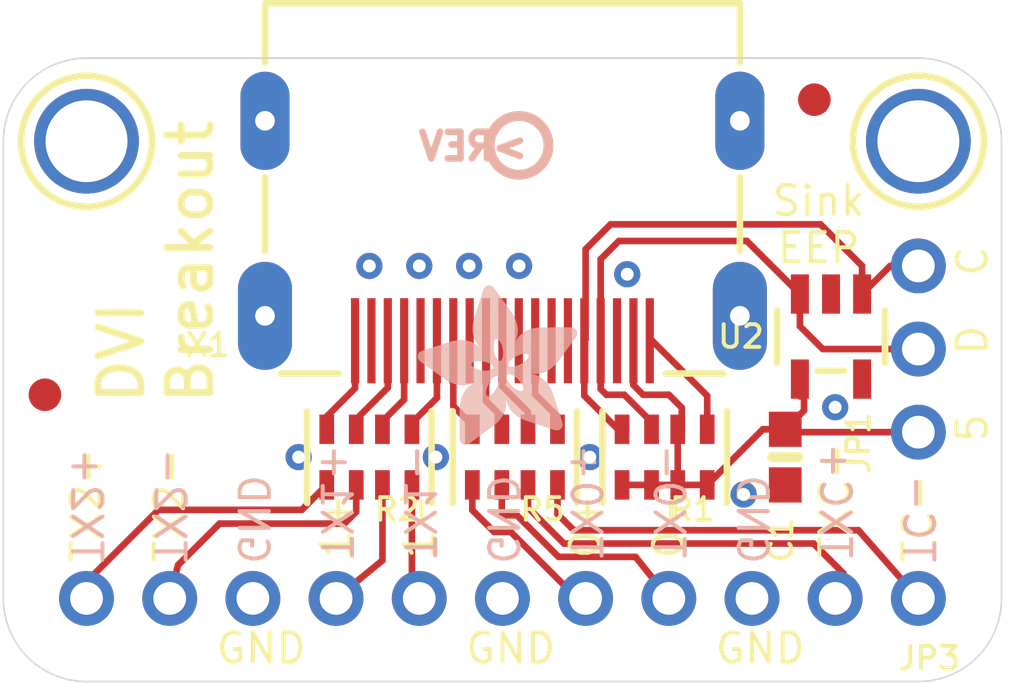
<source format=kicad_pcb>
(kicad_pcb (version 20211014) (generator pcbnew)
  (layers (0 "F.Cu" signal) (31 "B.Cu" signal) (34 "B.Paste" user) (35 "F.Paste" user) (36 "B.SilkS" user "B.Silkscreen") (37 "F.SilkS" user "F.Silkscreen") (38 "B.Mask" user) (39 "F.Mask" user) (44 "Edge.Cuts" user))
  (net 0 "")
  (net 1 "GND")
  (net 2 "HDMI_TXC+")
  (net 3 "HDMI_TXC-")
  (net 4 "HDMI_TX0+")
  (net 5 "HDMI_TX0-")
  (net 6 "HDMI_TX1+")
  (net 7 "HDMI_TX1-")
  (net 8 "HDMI_TX2+")
  (net 9 "HDMI_TX2-")
  (net 10 "5.0V")
  (net 11 "SCL")
  (net 12 "SDA")
  (net 13 "TX2+")
  (net 14 "TX2-")
  (net 15 "TX1+")
  (net 16 "TX1-")
  (net 17 "TX0+")
  (net 18 "TX0-")
  (net 19 "TXC+")
  (net 20 "TXC-")
  (net 21 "N$7")
  (footprint "boardEagle:HDMI_MOLEX_47151-0001" (layer "F.Cu") (at 148.5011 104.1146 180)
    (fp_text reference "X1" (at 8.255 -0.127) (layer "F.SilkS") (effects (font (size 0.692831 0.692831) (thickness 0.119969)) (justify right)))
    (fp_text value "47151-0001")
    (pad "1" smd rect (at 4.5 0 180) (size 0.25 2.6) (layers "F.Cu" "F.Mask") (net 8 "HDMI_TX2+"))
    (pad "2" smd rect (at 4 0 180) (size 0.25 2.6) (layers "F.Cu" "F.Mask") (net 1 "GND"))
    (pad "3" smd rect (at 3.5 0 180) (size 0.25 2.6) (layers "F.Cu" "F.Mask") (net 9 "HDMI_TX2-"))
    (pad "4" smd rect (at 3 0 180) (size 0.25 2.6) (layers "F.Cu" "F.Mask") (net 6 "HDMI_TX1+"))
    (pad "5" smd rect (at 2.5 0 180) (size 0.25 2.6) (layers "F.Cu" "F.Mask") (net 1 "GND"))
    (pad "6" smd rect (at 2 0 180) (size 0.25 2.6) (layers "F.Cu" "F.Mask") (net 7 "HDMI_TX1-"))
    (pad "7" smd rect (at 1.5 0 180) (size 0.25 2.6) (layers "F.Cu" "F.Mask") (net 4 "HDMI_TX0+"))
    (pad "8" smd rect (at 1 0 180) (size 0.25 2.6) (layers "F.Cu" "F.Mask") (net 1 "GND"))
    (pad "9" smd rect (at 0.5 0 180) (size 0.25 2.6) (layers "F.Cu" "F.Mask") (net 5 "HDMI_TX0-"))
    (pad "10" smd rect (at 0 0 180) (size 0.25 2.6) (layers "F.Cu" "F.Mask") (net 2 "HDMI_TXC+"))
    (pad "11" smd rect (at -0.5 0 180) (size 0.25 2.6) (layers "F.Cu" "F.Mask") (net 1 "GND"))
    (pad "12" smd rect (at -1 0 180) (size 0.25 2.6) (layers "F.Cu" "F.Mask") (net 3 "HDMI_TXC-"))
    (pad "13" smd rect (at -1.5 0 180) (size 0.25 2.6) (layers "F.Cu" "F.Mask"))
    (pad "14" smd rect (at -2 0 180) (size 0.25 2.6) (layers "F.Cu" "F.Mask"))
    (pad "15" smd rect (at -2.5 0 180) (size 0.25 2.6) (layers "F.Cu" "F.Mask") (net 11 "SCL"))
    (pad "16" smd rect (at -3 0 180) (size 0.25 2.6) (layers "F.Cu" "F.Mask") (net 12 "SDA"))
    (pad "17" smd rect (at -3.5 0 180) (size 0.25 2.6) (layers "F.Cu" "F.Mask") (net 1 "GND"))
    (pad "18" smd rect (at -4 0 180) (size 0.25 2.6) (layers "F.Cu" "F.Mask") (net 10 "5.0V"))
    (pad "19" smd rect (at -4.5 0 180) (size 0.25 2.6) (layers "F.Cu" "F.Mask") (net 21 "N$7"))
    (pad "P$1" thru_hole oval (at -7.25 0.76 270) (size 3.3 1.65) (drill 0.6) (layers *.Cu *.Mask) (net 1 "GND"))
    (pad "P$2" thru_hole oval (at 7.25 0.76 270) (size 3.3 1.65) (drill 0.6) (layers *.Cu *.Mask) (net 1 "GND"))
    (pad "P$3" thru_hole oval (at 7.25 6.72 270) (size 3 1.5) (drill 0.6) (layers *.Cu *.Mask) (net 1 "GND"))
    (pad "P$4" thru_hole oval (at -7.25 6.72 270) (size 3 1.5) (drill 0.6) (layers *.Cu *.Mask) (net 1 "GND"))
  )
  (footprint "boardEagle:FIDUCIAL_1MM" (layer "F.Cu") (at 134.5311 105.7656 -90)
    (fp_text reference "FID2" hide)
    (fp_text value "FIDUCIAL_1MM" hide)
    (pad "1" smd roundrect (at 0 0 270) (size 1 1) (layers "F.Cu" "F.Mask") (roundrect_rratio 0.5))
  )
  (footprint "boardEagle:0603-NO" (layer "F.Cu") (at 157.1371 107.6706 -90)
    (fp_text reference "C1" (at 1.778 0.127 90) (layer "F.SilkS") (effects (font (size 0.692831 0.692831) (thickness 0.119969)) (justify right)))
    (fp_text value "1uF")
    (pad "1" smd rect (at -0.85 0 270) (size 1.075 1) (layers "F.Cu" "F.Paste" "F.Mask") (net 10 "5.0V"))
    (pad "2" smd rect (at 0.85 0 270) (size 1.075 1) (layers "F.Cu" "F.Paste" "F.Mask") (net 1 "GND"))
  )
  (footprint "boardEagle:1X11_ROUND" (layer "F.Cu") (at 148.5011 111.9886 180)
    (fp_text reference "JP3" (at -14.0462 -1.8288) (layer "F.SilkS") (effects (font (size 0.692831 0.692831) (thickness 0.119969)) (justify right)))
    (fp_text value "")
    (pad "1" thru_hole circle (at -12.7 0 270) (size 1.6764 1.6764) (drill 1) (layers *.Cu *.Mask) (net 20 "TXC-"))
    (pad "2" thru_hole circle (at -10.16 0 270) (size 1.6764 1.6764) (drill 1) (layers *.Cu *.Mask) (net 19 "TXC+"))
    (pad "3" thru_hole circle (at -7.62 0 270) (size 1.6764 1.6764) (drill 1) (layers *.Cu *.Mask) (net 1 "GND"))
    (pad "4" thru_hole circle (at -5.08 0 270) (size 1.6764 1.6764) (drill 1) (layers *.Cu *.Mask) (net 18 "TX0-"))
    (pad "5" thru_hole circle (at -2.54 0 270) (size 1.6764 1.6764) (drill 1) (layers *.Cu *.Mask) (net 17 "TX0+"))
    (pad "6" thru_hole circle (at 0 0 270) (size 1.6764 1.6764) (drill 1) (layers *.Cu *.Mask) (net 1 "GND"))
    (pad "7" thru_hole circle (at 2.54 0 270) (size 1.6764 1.6764) (drill 1) (layers *.Cu *.Mask) (net 16 "TX1-"))
    (pad "8" thru_hole circle (at 5.08 0 270) (size 1.6764 1.6764) (drill 1) (layers *.Cu *.Mask) (net 15 "TX1+"))
    (pad "9" thru_hole circle (at 7.62 0 270) (size 1.6764 1.6764) (drill 1) (layers *.Cu *.Mask) (net 1 "GND"))
    (pad "10" thru_hole circle (at 10.16 0 270) (size 1.6764 1.6764) (drill 1) (layers *.Cu *.Mask) (net 14 "TX2-"))
    (pad "11" thru_hole circle (at 12.7 0 270) (size 1.6764 1.6764) (drill 1) (layers *.Cu *.Mask) (net 13 "TX2+"))
  )
  (footprint "boardEagle:RESPACK_4X0603" (layer "F.Cu") (at 153.4541 107.6706 180)
    (fp_text reference "R1" (at -1.6 -1.6) (layer "F.SilkS") (effects (font (size 0.692831 0.692831) (thickness 0.119969)) (justify right)))
    (fp_text value "10K")
    (pad "1" smd rect (at -1.3 0.85 180) (size 0.45 0.9) (layers "F.Cu" "F.Paste" "F.Mask") (net 21 "N$7"))
    (pad "2" smd rect (at -0.4 0.85 180) (size 0.45 0.9) (layers "F.Cu" "F.Paste" "F.Mask") (net 10 "5.0V"))
    (pad "3" smd rect (at 0.4 0.85 180) (size 0.45 0.9) (layers "F.Cu" "F.Paste" "F.Mask") (net 12 "SDA"))
    (pad "4" smd rect (at 1.3 0.85 180) (size 0.45 0.9) (layers "F.Cu" "F.Paste" "F.Mask") (net 11 "SCL"))
    (pad "5" smd rect (at 1.3 -0.85 180) (size 0.45 0.9) (layers "F.Cu" "F.Paste" "F.Mask") (net 10 "5.0V"))
    (pad "6" smd rect (at 0.4 -0.85 180) (size 0.45 0.9) (layers "F.Cu" "F.Paste" "F.Mask") (net 10 "5.0V"))
    (pad "7" smd rect (at -0.4 -0.85 180) (size 0.45 0.9) (layers "F.Cu" "F.Paste" "F.Mask") (net 10 "5.0V"))
    (pad "8" smd rect (at -1.3 -0.85 180) (size 0.45 0.9) (layers "F.Cu" "F.Paste" "F.Mask") (net 10 "5.0V"))
  )
  (footprint "boardEagle:SOT23-5" (layer "F.Cu") (at 158.5341 103.9876 180)
    (fp_text reference "U2" (at 1.978 0) (layer "F.SilkS") (effects (font (size 0.692831 0.692831) (thickness 0.119969)) (justify right)))
    (fp_text value "24LC02BT-I/OT")
    (pad "1" smd rect (at -0.95 1.3001 180) (size 0.55 1.2) (layers "F.Cu" "F.Paste" "F.Mask") (net 11 "SCL"))
    (pad "2" smd rect (at 0 1.3001 180) (size 0.55 1.2) (layers "F.Cu" "F.Paste" "F.Mask") (net 1 "GND"))
    (pad "3" smd rect (at 0.95 1.3001 180) (size 0.55 1.2) (layers "F.Cu" "F.Paste" "F.Mask") (net 12 "SDA"))
    (pad "4" smd rect (at 0.95 -1.3001 180) (size 0.55 1.2) (layers "F.Cu" "F.Paste" "F.Mask") (net 10 "5.0V"))
    (pad "5" smd rect (at -0.95 -1.3001 180) (size 0.55 1.2) (layers "F.Cu" "F.Paste" "F.Mask") (net 1 "GND"))
  )
  (footprint "boardEagle:FIDUCIAL_1MM" (layer "F.Cu") (at 158.0261 96.7486 -90)
    (fp_text reference "FID1" hide)
    (fp_text value "FIDUCIAL_1MM" hide)
    (pad "1" smd roundrect (at 0 0 270) (size 1 1) (layers "F.Cu" "F.Mask") (roundrect_rratio 0.5))
  )
  (footprint "boardEagle:MOUNTINGHOLE_2.5_PLATED" (layer "F.Cu") (at 135.8011 98.0186 180)
    (fp_text reference "U$32" hide)
    (fp_text value "MOUNTINGHOLE2.5" hide)
    (pad "P$1" thru_hole circle (at 0 0 180) (size 3.2 3.2) (drill 2.5) (layers *.Cu *.Mask))
  )
  (footprint "boardEagle:RESPACK_4X0603" (layer "F.Cu") (at 144.4371 107.6706 180)
    (fp_text reference "R2" (at -1.6 -1.6) (layer "F.SilkS") (effects (font (size 0.692831 0.692831) (thickness 0.119969)) (justify right)))
    (fp_text value "220")
    (pad "1" smd rect (at -1.3 0.85 180) (size 0.45 0.9) (layers "F.Cu" "F.Paste" "F.Mask") (net 7 "HDMI_TX1-"))
    (pad "2" smd rect (at -0.4 0.85 180) (size 0.45 0.9) (layers "F.Cu" "F.Paste" "F.Mask") (net 6 "HDMI_TX1+"))
    (pad "3" smd rect (at 0.4 0.85 180) (size 0.45 0.9) (layers "F.Cu" "F.Paste" "F.Mask") (net 9 "HDMI_TX2-"))
    (pad "4" smd rect (at 1.3 0.85 180) (size 0.45 0.9) (layers "F.Cu" "F.Paste" "F.Mask") (net 8 "HDMI_TX2+"))
    (pad "5" smd rect (at 1.3 -0.85 180) (size 0.45 0.9) (layers "F.Cu" "F.Paste" "F.Mask") (net 13 "TX2+"))
    (pad "6" smd rect (at 0.4 -0.85 180) (size 0.45 0.9) (layers "F.Cu" "F.Paste" "F.Mask") (net 14 "TX2-"))
    (pad "7" smd rect (at -0.4 -0.85 180) (size 0.45 0.9) (layers "F.Cu" "F.Paste" "F.Mask") (net 15 "TX1+"))
    (pad "8" smd rect (at -1.3 -0.85 180) (size 0.45 0.9) (layers "F.Cu" "F.Paste" "F.Mask") (net 16 "TX1-"))
  )
  (footprint "boardEagle:MOUNTINGHOLE_2.5_PLATED" (layer "F.Cu") (at 161.2011 98.0186 180)
    (fp_text reference "U$33" hide)
    (fp_text value "MOUNTINGHOLE2.5" hide)
    (pad "P$1" thru_hole circle (at 0 0 180) (size 3.2 3.2) (drill 2.5) (layers *.Cu *.Mask))
  )
  (footprint "boardEagle:1X03_ROUND" (layer "F.Cu") (at 161.2011 104.3686 90)
    (fp_text reference "JP1" (at -3.8862 -1.8288 90) (layer "F.SilkS") (effects (font (size 0.692831 0.692831) (thickness 0.119969)) (justify left)))
    (fp_text value "")
    (pad "1" thru_hole circle (at -2.54 0 180) (size 1.6764 1.6764) (drill 1) (layers *.Cu *.Mask) (net 10 "5.0V"))
    (pad "2" thru_hole circle (at 0 0 180) (size 1.6764 1.6764) (drill 1) (layers *.Cu *.Mask) (net 12 "SDA"))
    (pad "3" thru_hole circle (at 2.54 0 180) (size 1.6764 1.6764) (drill 1) (layers *.Cu *.Mask) (net 11 "SCL"))
  )
  (footprint "boardEagle:RESPACK_4X0603" (layer "F.Cu") (at 148.8821 107.6706 180)
    (fp_text reference "R5" (at -1.6 -1.6) (layer "F.SilkS") (effects (font (size 0.692831 0.692831) (thickness 0.119969)) (justify right)))
    (fp_text value "220")
    (pad "1" smd rect (at -1.3 0.85 180) (size 0.45 0.9) (layers "F.Cu" "F.Paste" "F.Mask") (net 3 "HDMI_TXC-"))
    (pad "2" smd rect (at -0.4 0.85 180) (size 0.45 0.9) (layers "F.Cu" "F.Paste" "F.Mask") (net 2 "HDMI_TXC+"))
    (pad "3" smd rect (at 0.4 0.85 180) (size 0.45 0.9) (layers "F.Cu" "F.Paste" "F.Mask") (net 5 "HDMI_TX0-"))
    (pad "4" smd rect (at 1.3 0.85 180) (size 0.45 0.9) (layers "F.Cu" "F.Paste" "F.Mask") (net 4 "HDMI_TX0+"))
    (pad "5" smd rect (at 1.3 -0.85 180) (size 0.45 0.9) (layers "F.Cu" "F.Paste" "F.Mask") (net 17 "TX0+"))
    (pad "6" smd rect (at 0.4 -0.85 180) (size 0.45 0.9) (layers "F.Cu" "F.Paste" "F.Mask") (net 18 "TX0-"))
    (pad "7" smd rect (at -0.4 -0.85 180) (size 0.45 0.9) (layers "F.Cu" "F.Paste" "F.Mask") (net 19 "TXC+"))
    (pad "8" smd rect (at -1.3 -0.85 180) (size 0.45 0.9) (layers "F.Cu" "F.Paste" "F.Mask") (net 20 "TXC-"))
  )
  (footprint "boardEagle:PCBFEAT-REV-040" (layer "B.Cu") (at 149.0091 98.1456 180)
    (fp_text reference "U$73" hide)
    (fp_text value "" hide)
    (fp_text user ">REV" (at -0.3556 -0.508) (layer "B.SilkS") (effects (font (size 0.8128 0.8128) (thickness 0.2032)) (justify left bottom mirror)))
  )
  (footprint "boardEagle:ADAFRUIT_5MM" (layer "B.Cu") (at 150.7871 107.2896 180)
    (fp_text reference "U$6" hide)
    (fp_text value "" hide)
  )
  (gr_line (start 161.2011 114.5286) (end 135.8011 114.5286) (layer "Edge.Cuts") (width 0.05))
  (gr_arc (start 163.7411 111.9886) (mid 162.997151 113.784651) (end 161.2011 114.5286) (layer "Edge.Cuts") (width 0.05))
  (gr_arc (start 135.8011 114.5286) (mid 134.005049 113.784651) (end 133.2611 111.9886) (layer "Edge.Cuts") (width 0.05))
  (gr_line (start 163.7411 98.0186) (end 163.7411 111.9886) (layer "Edge.Cuts") (width 0.05))
  (gr_line (start 133.2611 111.9886) (end 133.2611 98.0186) (layer "Edge.Cuts") (width 0.05))
  (gr_arc (start 161.2011 95.4786) (mid 162.997151 96.222549) (end 163.7411 98.0186) (layer "Edge.Cuts") (width 0.05))
  (gr_arc (start 133.2611 98.0186) (mid 134.005049 96.222549) (end 135.8011 95.4786) (layer "Edge.Cuts") (width 0.05))
  (gr_line (start 135.8011 95.4786) (end 161.2011 95.4786) (layer "Edge.Cuts") (width 0.05))
  (gr_text "GND" (at 148.5011 109.5756 -90) (layer "B.SilkS") (effects (font (size 0.89408 0.89408) (thickness 0.12192)) (justify mirror)))
  (gr_text "TX2+" (at 135.8011 110.9726 -90) (layer "B.SilkS") (effects (font (size 0.89408 0.89408) (thickness 0.12192)) (justify left mirror)))
  (gr_text "TX1+" (at 143.4211 110.8456 -90) (layer "B.SilkS") (effects (font (size 0.89408 0.89408) (thickness 0.12192)) (justify left mirror)))
  (gr_text "GND" (at 140.8811 109.5756 -90) (layer "B.SilkS") (effects (font (size 0.89408 0.89408) (thickness 0.12192)) (justify mirror)))
  (gr_text "TX1-" (at 145.9611 110.8456 -90) (layer "B.SilkS") (effects (font (size 0.89408 0.89408) (thickness 0.12192)) (justify left mirror)))
  (gr_text "TX0+" (at 151.0411 110.8456 -90) (layer "B.SilkS") (effects (font (size 0.89408 0.89408) (thickness 0.12192)) (justify left mirror)))
  (gr_text "TX0-" (at 153.5811 110.8456 -90) (layer "B.SilkS") (effects (font (size 0.89408 0.89408) (thickness 0.12192)) (justify left mirror)))
  (gr_text "TC-" (at 161.2011 110.9726 -90) (layer "B.SilkS") (effects (font (size 0.89408 0.89408) (thickness 0.12192)) (justify left mirror)))
  (gr_text "TX2-" (at 138.3411 110.9726 -90) (layer "B.SilkS") (effects (font (size 0.89408 0.89408) (thickness 0.12192)) (justify left mirror)))
  (gr_text "TXC+" (at 158.6611 110.8456 -90) (layer "B.SilkS") (effects (font (size 0.89408 0.89408) (thickness 0.12192)) (justify left mirror)))
  (gr_text "GND" (at 156.1211 109.5756 -90) (layer "B.SilkS") (effects (font (size 0.89408 0.89408) (thickness 0.12192)) (justify mirror)))
  (gr_text "0+" (at 151.0411 110.8456 90) (layer "F.SilkS") (effects (font (size 0.89408 0.89408) (thickness 0.12192)) (justify left)))
  (gr_text "GND" (at 148.7551 113.5126) (layer "F.SilkS") (effects (font (size 0.89408 0.89408) (thickness 0.12192))))
  (gr_text "D" (at 162.8521 104.6226 90) (layer "F.SilkS") (effects (font (size 0.89408 0.89408) (thickness 0.12192)) (justify left)))
  (gr_text "TX2-" (at 138.3411 110.9726 90) (layer "F.SilkS") (effects (font (size 0.89408 0.89408) (thickness 0.12192)) (justify left)))
  (gr_text "TC-" (at 161.2011 110.9726 90) (layer "F.SilkS") (effects (font (size 0.89408 0.89408) (thickness 0.12192)) (justify left)))
  (gr_text "Sink\nEEP" (at 158.1531 100.5586) (layer "F.SilkS") (effects (font (size 0.89408 0.89408) (thickness 0.12192))))
  (gr_text "GND" (at 141.1351 113.5126) (layer "F.SilkS") (effects (font (size 0.89408 0.89408) (thickness 0.12192))))
  (gr_text "DVI\nBreakout" (at 139.7381 106.1466 90) (layer "F.SilkS") (effects (font (size 1.31064 1.31064) (thickness 0.21336)) (justify left bottom)))
  (gr_text "1+" (at 143.4211 110.8456 90) (layer "F.SilkS") (effects (font (size 0.89408 0.89408) (thickness 0.12192)) (justify left)))
  (gr_text "C" (at 162.8521 102.2096 90) (layer "F.SilkS") (effects (font (size 0.89408 0.89408) (thickness 0.12192)) (justify left)))
  (gr_text "0-" (at 153.5811 110.8456 90) (layer "F.SilkS") (effects (font (size 0.89408 0.89408) (thickness 0.12192)) (justify left)))
  (gr_text "5" (at 162.8521 107.2896 90) (layer "F.SilkS") (effects (font (size 0.89408 0.89408) (thickness 0.12192)) (justify left)))
  (gr_text "1-" (at 145.9611 110.8456 90) (layer "F.SilkS") (effects (font (size 0.89408 0.89408) (thickness 0.12192)) (justify left)))
  (gr_text "GND" (at 156.3751 113.5126) (layer "F.SilkS") (effects (font (size 0.89408 0.89408) (thickness 0.12192))))
  (gr_text "TXC+" (at 158.6611 110.8456 90) (layer "F.SilkS") (effects (font (size 0.89408 0.89408) (thickness 0.12192)) (justify left)))
  (gr_text "TX2+" (at 135.8011 110.9726 90) (layer "F.SilkS") (effects (font (size 0.89408 0.89408) (thickness 0.12192)) (justify left)))
  (via (at 145.9611 101.8286) (size 0.8001) (drill 0.3937) (layers "F.Cu" "B.Cu") (net 1))
  (via (at 149.0091 101.8286) (size 0.8001) (drill 0.3937) (layers "F.Cu" "B.Cu") (net 1))
  (via (at 146.4691 107.6706) (size 0.8001) (drill 0.3937) (layers "F.Cu" "B.Cu") (net 1))
  (via (at 152.3111 102.0826) (size 0.8001) (drill 0.3937) (layers "F.Cu" "B.Cu") (net 1))
  (via (at 144.4371 101.8286) (size 0.8001) (drill 0.3937) (layers "F.Cu" "B.Cu") (net 1))
  (via (at 151.1681 107.6706) (size 0.8001) (drill 0.3937) (layers "F.Cu" "B.Cu") (net 1))
  (via (at 142.2781 107.6706) (size 0.8001) (drill 0.3937) (layers "F.Cu" "B.Cu") (net 1))
  (via (at 155.8671 108.8136) (size 0.8001) (drill 0.3937) (layers "F.Cu" "B.Cu") (net 1))
  (via (at 147.4851 101.8286) (size 0.8001) (drill 0.3937) (layers "F.Cu" "B.Cu") (net 1))
  (via (at 158.6611 106.1466) (size 0.8001) (drill 0.3937) (layers "F.Cu" "B.Cu") (net 1))
  (segment (start 148.5011 105.5116) (end 149.2821 106.2926) (width 0.2032) (layer "F.Cu") (net 2))
  (segment (start 149.2821 106.2926) (end 149.2821 106.8206) (width 0.2032) (layer "F.Cu") (net 2))
  (segment (start 148.5011 104.1146) (end 148.5011 105.5116) (width 0.2032) (layer "F.Cu") (net 2))
  (segment (start 149.5011 105.7496) (end 150.1821 106.4306) (width 0.2032) (layer "F.Cu") (net 3))
  (segment (start 149.5011 104.1146) (end 149.5011 105.7496) (width 0.2032) (layer "F.Cu") (net 3))
  (segment (start 150.1821 106.4306) (end 150.1821 106.8206) (width 0.2032) (layer "F.Cu") (net 3))
  (segment (start 147.5821 106.6936) (end 147.5821 106.8206) (width 0.2032) (layer "F.Cu") (net 4))
  (segment (start 147.0011 104.1146) (end 147.0011 106.1126) (width 0.2032) (layer "F.Cu") (net 4))
  (segment (start 147.5821 106.6936) (end 147.0011 106.1126) (width 0.2032) (layer "F.Cu") (net 4))
  (segment (start 148.4821 106.4396) (end 148.4821 106.8206) (width 0.2032) (layer "F.Cu") (net 5))
  (segment (start 148.0011 104.1146) (end 148.0011 105.9586) (width 0.2032) (layer "F.Cu") (net 5))
  (segment (start 148.4821 106.4396) (end 148.0011 105.9586) (width 0.2032) (layer "F.Cu") (net 5))
  (segment (start 145.5011 104.1146) (end 145.5011 105.911338) (width 0.2032) (layer "F.Cu") (net 6))
  (segment (start 145.5011 105.911338) (end 144.8371 106.575338) (width 0.2032) (layer "F.Cu") (net 6))
  (segment (start 144.8371 106.8206) (end 144.8371 106.575338) (width 0.2032) (layer "F.Cu") (net 6))
  (segment (start 146.5011 105.8606) (end 145.7371 106.6246) (width 0.2032) (layer "F.Cu") (net 7))
  (segment (start 146.5011 104.1146) (end 146.5011 105.8606) (width 0.2032) (layer "F.Cu") (net 7))
  (segment (start 145.7371 106.8206) (end 145.7371 106.6246) (width 0.2032) (layer "F.Cu") (net 7))
  (segment (start 144.0011 105.5666) (end 143.1371 106.4306) (width 0.2032) (layer "F.Cu") (net 8))
  (segment (start 143.1371 106.4306) (end 143.1371 106.8206) (width 0.2032) (layer "F.Cu") (net 8))
  (segment (start 144.0011 104.1146) (end 144.0011 105.5666) (width 0.2032) (layer "F.Cu") (net 8))
  (segment (start 145.0011 104.1146) (end 145.0011 105.55055) (width 0.2032) (layer "F.Cu") (net 9))
  (segment (start 144.0371 106.51455) (end 144.0371 106.8206) (width 0.2032) (layer "F.Cu") (net 9))
  (segment (start 145.0011 105.55055) (end 144.0371 106.51455) (width 0.2032) (layer "F.Cu") (net 9))
  (segment (start 153.8541 108.5206) (end 154.7541 108.5206) (width 0.2032) (layer "F.Cu") (net 10))
  (segment (start 153.8541 108.5206) (end 153.8541 106.8206) (width 0.2032) (layer "F.Cu") (net 10))
  (segment (start 152.79605 105.7656) (end 153.5811 105.7656) (width 0.2032) (layer "F.Cu") (net 10))
  (segment (start 153.0541 108.5206) (end 153.8541 108.5206) (width 0.2032) (layer "F.Cu") (net 10))
  (segment (start 153.97805 106.8206) (end 153.8541 106.8206) (width 0.2032) (layer "F.Cu") (net 10))
  (segment (start 154.8811 108.5206) (end 154.7541 108.5206) (width 0.2032) (layer "F.Cu") (net 10))
  (segment (start 154.7541 108.5206) (end 156.4541 106.8206) (width 0.2032) (layer "F.Cu") (net 10))
  (segment (start 157.5841 105.6906) (end 157.5841 105.2877) (width 0.2032) (layer "F.Cu") (net 10))
  (segment (start 157.5841 105.8176) (end 157.5841 105.6906) (width 0.2032) (layer "F.Cu") (net 10))
  (segment (start 157.1371 106.8206) (end 157.7111 106.2466) (width 0.2032) (layer "F.Cu") (net 10))
  (segment (start 153.5811 105.7656) (end 153.97805 106.16255) (width 0.2032) (layer "F.Cu") (net 10))
  (segment (start 152.5011 104.1146) (end 152.5011 105.47065) (width 0.2032) (layer "F.Cu") (net 10))
  (segment (start 157.7111 105.5636) (end 157.5841 105.6906) (width 0.2032) (layer "F.Cu") (net 10))
  (segment (start 156.4541 106.8206) (end 157.1371 106.8206) (width 0.2032) (layer "F.Cu") (net 10))
  (segment (start 157.2251 106.9086) (end 161.2011 106.9086) (width 0.2032) (layer "F.Cu") (net 10))
  (segment (start 157.7111 106.2466) (end 157.7111 105.5636) (width 0.2032) (layer "F.Cu") (net 10))
  (segment (start 153.97805 106.16255) (end 153.97805 106.8206) (width 0.2032) (layer "F.Cu") (net 10))
  (segment (start 157.1371 106.8206) (end 157.2251 106.9086) (width 0.2032) (layer "F.Cu") (net 10))
  (segment (start 152.79605 105.7656) (end 152.5011 105.47065) (width 0.2032) (layer "F.Cu") (net 10))
  (segment (start 152.1541 108.5206) (end 153.0541 108.5206) (width 0.2032) (layer "F.Cu") (net 10))
  (segment (start 159.4841 101.8286) (end 158.2141 100.5586) (width 0.2032) (layer "F.Cu") (net 11))
  (segment (start 151.0411 104.0746) (end 151.0011 104.1146) (width 0.2032) (layer "F.Cu") (net 11))
  (segment (start 151.0411 101.3206) (end 151.0411 104.0746) (width 0.2032) (layer "F.Cu") (net 11))
  (segment (start 151.8031 100.5586) (end 151.0411 101.3206) (width 0.2032) (layer "F.Cu") (net 11))
  (segment (start 159.4841 102.6875) (end 160.343 101.8286) (width 0.2032) (layer "F.Cu") (net 11))
  (segment (start 160.343 101.8286) (end 161.2011 101.8286) (width 0.2032) (layer "F.Cu") (net 11))
  (segment (start 152.0271 106.8206) (end 151.0011 105.7946) (width 0.2032) (layer "F.Cu") (net 11))
  (segment (start 152.0271 106.8206) (end 152.1541 106.8206) (width 0.2032) (layer "F.Cu") (net 11))
  (segment (start 159.4841 102.6875) (end 159.4841 101.8286) (width 0.2032) (layer "F.Cu") (net 11))
  (segment (start 158.2141 100.5586) (end 151.8031 100.5586) (width 0.2032) (layer "F.Cu") (net 11))
  (segment (start 151.0011 104.1146) (end 151.0011 105.7946) (width 0.2032) (layer "F.Cu") (net 11))
  (segment (start 151.5011 105.5906) (end 151.6761 105.7656) (width 0.2032) (layer "F.Cu") (net 12))
  (segment (start 151.5011 104.1146) (end 151.5011 105.5906) (width 0.2032) (layer "F.Cu") (net 12))
  (segment (start 161.2011 104.3686) (end 158.2801 104.3686) (width 0.2032) (layer "F.Cu") (net 12))
  (segment (start 152.221312 105.7656) (end 153.0541 106.598388) (width 0.2032) (layer "F.Cu") (net 12))
  (segment (start 155.9632 101.0666) (end 157.5841 102.6875) (width 0.2032) (layer "F.Cu") (net 12))
  (segment (start 157.5841 102.6875) (end 157.5841 103.6726) (width 0.2032) (layer "F.Cu") (net 12))
  (segment (start 151.6761 105.7656) (end 152.221312 105.7656) (width 0.2032) (layer "F.Cu") (net 12))
  (segment (start 151.5011 104.1146) (end 151.5011 101.6226) (width 0.2032) (layer "F.Cu") (net 12))
  (segment (start 152.0571 101.0666) (end 155.9632 101.0666) (width 0.2032) (layer "F.Cu") (net 12))
  (segment (start 153.0541 106.598388) (end 153.0541 106.8206) (width 0.2032) (layer "F.Cu") (net 12))
  (segment (start 151.5011 101.6226) (end 152.0571 101.0666) (width 0.2032) (layer "F.Cu") (net 12))
  (segment (start 158.2801 104.3686) (end 157.5841 103.6726) (width 0.2032) (layer "F.Cu") (net 12))
  (segment (start 136.0551 111.2266) (end 135.8011 111.9886) (width 0.2032) (layer "F.Cu") (net 13))
  (segment (start 137.9991 109.2826) (end 136.0551 111.2266) (width 0.2032) (layer "F.Cu") (net 13))
  (segment (start 142.3751 109.2826) (end 137.9991 109.2826) (width 0.2032) (layer "F.Cu") (net 13))
  (segment (start 143.1371 108.5206) (end 142.3751 109.2826) (width 0.2032) (layer "F.Cu") (net 13))
  (segment (start 138.5951 110.9726) (end 138.3411 111.9886) (width 0.2032) (layer "F.Cu") (net 14))
  (segment (start 144.0371 109.3406) (end 143.6751 109.7026) (width 0.2032) (layer "F.Cu") (net 14))
  (segment (start 139.8651 109.7026) (end 138.5951 110.9726) (width 0.2032) (layer "F.Cu") (net 14))
  (segment (start 143.6751 109.7026) (end 139.8651 109.7026) (width 0.2032) (layer "F.Cu") (net 14))
  (segment (start 144.0371 108.5206) (end 144.0371 109.3406) (width 0.2032) (layer "F.Cu") (net 14))
  (segment (start 144.8371 108.5206) (end 144.8371 110.8266) (width 0.2032) (layer "F.Cu") (net 15))
  (segment (start 144.8371 110.8266) (end 143.4211 111.9886) (width 0.2032) (layer "F.Cu") (net 15))
  (segment (start 145.7371 111.5106) (end 145.9611 111.9886) (width 0.2032) (layer "F.Cu") (net 16))
  (segment (start 145.7371 108.5206) (end 145.7371 111.5106) (width 0.2032) (layer "F.Cu") (net 16))
  (segment (start 148.7551 109.9566) (end 150.7871 111.9886) (width 0.2032) (layer "F.Cu") (net 17))
  (segment (start 147.5821 108.5206) (end 147.5821 109.2916) (width 0.2032) (layer "F.Cu") (net 17))
  (segment (start 148.2471 109.9566) (end 148.7551 109.9566) (width 0.2032) (layer "F.Cu") (net 17))
  (segment (start 150.7871 111.9886) (end 151.0411 111.9886) (width 0.2032) (layer "F.Cu") (net 17))
  (segment (start 147.5821 109.2916) (end 148.2471 109.9566) (width 0.2032) (layer "F.Cu") (net 17))
  (segment (start 150.212362 110.7186) (end 152.5651 110.7186) (width 0.2032) (layer "F.Cu") (net 18))
  (segment (start 152.5651 110.7186) (end 153.5811 111.9886) (width 0.2032) (layer "F.Cu") (net 18))
  (segment (start 148.5211 109.4486) (end 148.4821 109.4096) (width 0.2032) (layer "F.Cu") (net 18))
  (segment (start 148.942362 109.4486) (end 148.5211 109.4486) (width 0.2032) (layer "F.Cu") (net 18))
  (segment (start 148.4821 108.5206) (end 148.4821 109.4096) (width 0.2032) (layer "F.Cu") (net 18))
  (segment (start 150.212362 110.7186) (end 148.942362 109.4486) (width 0.2032) (layer "F.Cu") (net 18))
  (segment (start 150.3807 110.3122) (end 158.0007 110.3122) (width 0.2032) (layer "F.Cu") (net 19))
  (segment (start 149.2821 109.2136) (end 150.3807 110.3122) (width 0.2032) (layer "F.Cu") (net 19))
  (segment (start 158.0007 110.3122) (end 158.9151 111.2266) (width 0.2032) (layer "F.Cu") (net 19))
  (segment (start 158.9151 111.2266) (end 158.6611 111.9886) (width 0.2032) (layer "F.Cu") (net 19))
  (segment (start 149.2821 108.5206) (end 149.2821 109.2136) (width 0.2032) (layer "F.Cu") (net 19))
  (segment (start 150.6783 109.9058) (end 150.1821 109.4096) (width 0.2032) (layer "F.Cu") (net 20))
  (segment (start 150.6783 109.9058) (end 159.3723 109.9058) (width 0.2032) (layer "F.Cu") (net 20))
  (segment (start 159.3723 109.9058) (end 161.2011 111.9886) (width 0.2032) (layer "F.Cu") (net 20))
  (segment (start 150.1821 108.5206) (end 150.1821 109.4096) (width 0.2032) (layer "F.Cu") (net 20))
  (segment (start 154.7541 106.8206) (end 154.7541 105.7956) (width 0.2032) (layer "F.Cu") (net 21))
  (segment (start 154.7541 105.7956) (end 153.0731 104.1146) (width 0.2032) (layer "F.Cu") (net 21))
  (segment (start 153.0011 104.1146) (end 153.0731 104.1146) (width 0.2032) (layer "F.Cu") (net 21))
)
</source>
